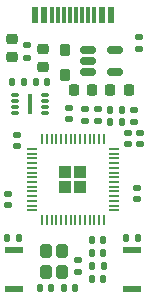
<source format=gtp>
%TF.GenerationSoftware,KiCad,Pcbnew,(6.0.8)*%
%TF.CreationDate,2022-11-23T03:17:42-08:00*%
%TF.ProjectId,0xB2,30784232-2e6b-4696-9361-645f70636258,2*%
%TF.SameCoordinates,Original*%
%TF.FileFunction,Paste,Top*%
%TF.FilePolarity,Positive*%
%FSLAX46Y46*%
G04 Gerber Fmt 4.6, Leading zero omitted, Abs format (unit mm)*
G04 Created by KiCad (PCBNEW (6.0.8)) date 2022-11-23 03:17:42*
%MOMM*%
%LPD*%
G01*
G04 APERTURE LIST*
G04 Aperture macros list*
%AMRoundRect*
0 Rectangle with rounded corners*
0 $1 Rounding radius*
0 $2 $3 $4 $5 $6 $7 $8 $9 X,Y pos of 4 corners*
0 Add a 4 corners polygon primitive as box body*
4,1,4,$2,$3,$4,$5,$6,$7,$8,$9,$2,$3,0*
0 Add four circle primitives for the rounded corners*
1,1,$1+$1,$2,$3*
1,1,$1+$1,$4,$5*
1,1,$1+$1,$6,$7*
1,1,$1+$1,$8,$9*
0 Add four rect primitives between the rounded corners*
20,1,$1+$1,$2,$3,$4,$5,0*
20,1,$1+$1,$4,$5,$6,$7,0*
20,1,$1+$1,$6,$7,$8,$9,0*
20,1,$1+$1,$8,$9,$2,$3,0*%
G04 Aperture macros list end*
%ADD10RoundRect,0.140000X-0.140000X-0.170000X0.140000X-0.170000X0.140000X0.170000X-0.140000X0.170000X0*%
%ADD11RoundRect,0.140000X-0.170000X0.140000X-0.170000X-0.140000X0.170000X-0.140000X0.170000X0.140000X0*%
%ADD12RoundRect,0.135000X0.135000X0.185000X-0.135000X0.185000X-0.135000X-0.185000X0.135000X-0.185000X0*%
%ADD13RoundRect,0.120000X-0.280000X0.380000X-0.280000X-0.380000X0.280000X-0.380000X0.280000X0.380000X0*%
%ADD14RoundRect,0.135000X0.185000X-0.135000X0.185000X0.135000X-0.185000X0.135000X-0.185000X-0.135000X0*%
%ADD15RoundRect,0.150000X-0.512500X-0.150000X0.512500X-0.150000X0.512500X0.150000X-0.512500X0.150000X0*%
%ADD16RoundRect,0.140000X0.170000X-0.140000X0.170000X0.140000X-0.170000X0.140000X-0.170000X-0.140000X0*%
%ADD17RoundRect,0.135000X-0.185000X0.135000X-0.185000X-0.135000X0.185000X-0.135000X0.185000X0.135000X0*%
%ADD18RoundRect,0.218750X-0.256250X0.218750X-0.256250X-0.218750X0.256250X-0.218750X0.256250X0.218750X0*%
%ADD19RoundRect,0.082500X0.667500X-0.192500X0.667500X0.192500X-0.667500X0.192500X-0.667500X-0.192500X0*%
%ADD20RoundRect,0.037500X-0.262500X-0.087500X0.262500X-0.087500X0.262500X0.087500X-0.262500X0.087500X0*%
%ADD21RoundRect,0.045000X-0.105000X-0.830000X0.105000X-0.830000X0.105000X0.830000X-0.105000X0.830000X0*%
%ADD22R,0.600000X1.400000*%
%ADD23R,0.300000X1.400000*%
%ADD24RoundRect,0.135000X-0.135000X-0.185000X0.135000X-0.185000X0.135000X0.185000X-0.135000X0.185000X0*%
%ADD25RoundRect,0.150000X-0.350000X0.425000X-0.350000X-0.425000X0.350000X-0.425000X0.350000X0.425000X0*%
%ADD26RoundRect,0.140000X0.140000X0.170000X-0.140000X0.170000X-0.140000X-0.170000X0.140000X-0.170000X0*%
%ADD27RoundRect,0.218750X0.256250X-0.218750X0.256250X0.218750X-0.256250X0.218750X-0.256250X-0.218750X0*%
%ADD28RoundRect,0.147500X-0.147500X-0.172500X0.147500X-0.172500X0.147500X0.172500X-0.147500X0.172500X0*%
%ADD29RoundRect,0.225000X0.225000X0.250000X-0.225000X0.250000X-0.225000X-0.250000X0.225000X-0.250000X0*%
%ADD30RoundRect,0.225000X-0.225000X-0.250000X0.225000X-0.250000X0.225000X0.250000X-0.225000X0.250000X0*%
%ADD31RoundRect,0.250000X-0.292217X-0.292217X0.292217X-0.292217X0.292217X0.292217X-0.292217X0.292217X0*%
%ADD32RoundRect,0.050000X-0.387500X-0.050000X0.387500X-0.050000X0.387500X0.050000X-0.387500X0.050000X0*%
%ADD33RoundRect,0.050000X-0.050000X-0.387500X0.050000X-0.387500X0.050000X0.387500X-0.050000X0.387500X0*%
G04 APERTURE END LIST*
D10*
%TO.C,C14*%
X154020000Y-103200000D03*
X154980000Y-103200000D03*
%TD*%
D11*
%TO.C,C9*%
X146900000Y-98220000D03*
X146900000Y-99180000D03*
%TD*%
D12*
%TO.C,R10*%
X156560000Y-91100000D03*
X155540000Y-91100000D03*
%TD*%
D11*
%TO.C,C5*%
X158100000Y-93020000D03*
X158100000Y-93980000D03*
%TD*%
D13*
%TO.C,D2*%
X151700000Y-86000000D03*
X151700000Y-88100000D03*
%TD*%
D14*
%TO.C,R8*%
X152850000Y-104810000D03*
X152850000Y-103790000D03*
%TD*%
D15*
%TO.C,U3*%
X153712500Y-86000000D03*
X153712500Y-86950000D03*
X153712500Y-87900000D03*
X155987500Y-87900000D03*
X155987500Y-86000000D03*
%TD*%
D16*
%TO.C,C12*%
X147700000Y-94180000D03*
X147700000Y-93220000D03*
%TD*%
D17*
%TO.C,R6*%
X153400000Y-90990000D03*
X153400000Y-92010000D03*
%TD*%
D18*
%TO.C,F1*%
X149900000Y-85912500D03*
X149900000Y-87487500D03*
%TD*%
D16*
%TO.C,C13*%
X157800000Y-98630000D03*
X157800000Y-97670000D03*
%TD*%
D17*
%TO.C,R5*%
X148550000Y-85640000D03*
X148550000Y-86660000D03*
%TD*%
D19*
%TO.C,SW2*%
X147400000Y-106225000D03*
X147400000Y-102975000D03*
%TD*%
D10*
%TO.C,C8*%
X154020000Y-102100000D03*
X154980000Y-102100000D03*
%TD*%
D20*
%TO.C,U2*%
X147450000Y-89850000D03*
X147450000Y-90350000D03*
X147450000Y-90850000D03*
X147450000Y-91350000D03*
X150050000Y-91350000D03*
X150050000Y-90850000D03*
X150050000Y-90350000D03*
X150050000Y-89850000D03*
D21*
X148750000Y-90600000D03*
%TD*%
D17*
%TO.C,R4*%
X157950000Y-84890000D03*
X157950000Y-85910000D03*
%TD*%
D22*
%TO.C,J1*%
X155650000Y-83100000D03*
X154850000Y-83100000D03*
D23*
X153650000Y-83100000D03*
X152650000Y-83100000D03*
X152150000Y-83100000D03*
X151150000Y-83100000D03*
D22*
X149950000Y-83100000D03*
X149150000Y-83100000D03*
X149150000Y-83100000D03*
X149950000Y-83100000D03*
D23*
X150650000Y-83100000D03*
X151650000Y-83100000D03*
X153150000Y-83100000D03*
X154150000Y-83100000D03*
D22*
X154850000Y-83100000D03*
X155650000Y-83100000D03*
%TD*%
D24*
%TO.C,R2*%
X156890000Y-101900000D03*
X157910000Y-101900000D03*
%TD*%
D11*
%TO.C,C11*%
X157100000Y-93020000D03*
X157100000Y-93980000D03*
%TD*%
D14*
%TO.C,R11*%
X157600000Y-92120000D03*
X157600000Y-91100000D03*
%TD*%
D25*
%TO.C,Y1*%
X150100000Y-103025000D03*
X150100000Y-104775000D03*
X151500000Y-104775000D03*
X151500000Y-103025000D03*
%TD*%
D10*
%TO.C,C10*%
X149250000Y-88750000D03*
X150210000Y-88750000D03*
%TD*%
D26*
%TO.C,C4*%
X152580000Y-106150000D03*
X151620000Y-106150000D03*
%TD*%
D17*
%TO.C,R7*%
X154500000Y-90990000D03*
X154500000Y-92010000D03*
%TD*%
D27*
%TO.C,FB1*%
X147250000Y-86637500D03*
X147250000Y-85062500D03*
%TD*%
D12*
%TO.C,R1*%
X155010000Y-104300000D03*
X153990000Y-104300000D03*
%TD*%
D28*
%TO.C,D1*%
X154015000Y-105400000D03*
X154985000Y-105400000D03*
%TD*%
D10*
%TO.C,C6*%
X155570000Y-92150000D03*
X156530000Y-92150000D03*
%TD*%
D29*
%TO.C,C2*%
X157125000Y-89450000D03*
X155575000Y-89450000D03*
%TD*%
D19*
%TO.C,SW1*%
X157400000Y-106225000D03*
X157400000Y-102975000D03*
%TD*%
D16*
%TO.C,C7*%
X152100000Y-91880000D03*
X152100000Y-90920000D03*
%TD*%
D12*
%TO.C,R3*%
X147810000Y-101900000D03*
X146790000Y-101900000D03*
%TD*%
D24*
%TO.C,R9*%
X147270000Y-88750000D03*
X148290000Y-88750000D03*
%TD*%
D30*
%TO.C,C1*%
X152475000Y-89450000D03*
X154025000Y-89450000D03*
%TD*%
D10*
%TO.C,C3*%
X149620000Y-106150000D03*
X150580000Y-106150000D03*
%TD*%
D31*
%TO.C,U1*%
X151762500Y-97637500D03*
X153037500Y-97637500D03*
X151762500Y-96362500D03*
X153037500Y-96362500D03*
D32*
X148962500Y-94400000D03*
X148962500Y-94800000D03*
X148962500Y-95200000D03*
X148962500Y-95600000D03*
X148962500Y-96000000D03*
X148962500Y-96400000D03*
X148962500Y-96800000D03*
X148962500Y-97200000D03*
X148962500Y-97600000D03*
X148962500Y-98000000D03*
X148962500Y-98400000D03*
X148962500Y-98800000D03*
X148962500Y-99200000D03*
X148962500Y-99600000D03*
D33*
X149800000Y-100437500D03*
X150200000Y-100437500D03*
X150600000Y-100437500D03*
X151000000Y-100437500D03*
X151400000Y-100437500D03*
X151800000Y-100437500D03*
X152200000Y-100437500D03*
X152600000Y-100437500D03*
X153000000Y-100437500D03*
X153400000Y-100437500D03*
X153800000Y-100437500D03*
X154200000Y-100437500D03*
X154600000Y-100437500D03*
X155000000Y-100437500D03*
D32*
X155837500Y-99600000D03*
X155837500Y-99200000D03*
X155837500Y-98800000D03*
X155837500Y-98400000D03*
X155837500Y-98000000D03*
X155837500Y-97600000D03*
X155837500Y-97200000D03*
X155837500Y-96800000D03*
X155837500Y-96400000D03*
X155837500Y-96000000D03*
X155837500Y-95600000D03*
X155837500Y-95200000D03*
X155837500Y-94800000D03*
X155837500Y-94400000D03*
D33*
X155000000Y-93562500D03*
X154600000Y-93562500D03*
X154200000Y-93562500D03*
X153800000Y-93562500D03*
X153400000Y-93562500D03*
X153000000Y-93562500D03*
X152600000Y-93562500D03*
X152200000Y-93562500D03*
X151800000Y-93562500D03*
X151400000Y-93562500D03*
X151000000Y-93562500D03*
X150600000Y-93562500D03*
X150200000Y-93562500D03*
X149800000Y-93562500D03*
%TD*%
M02*

</source>
